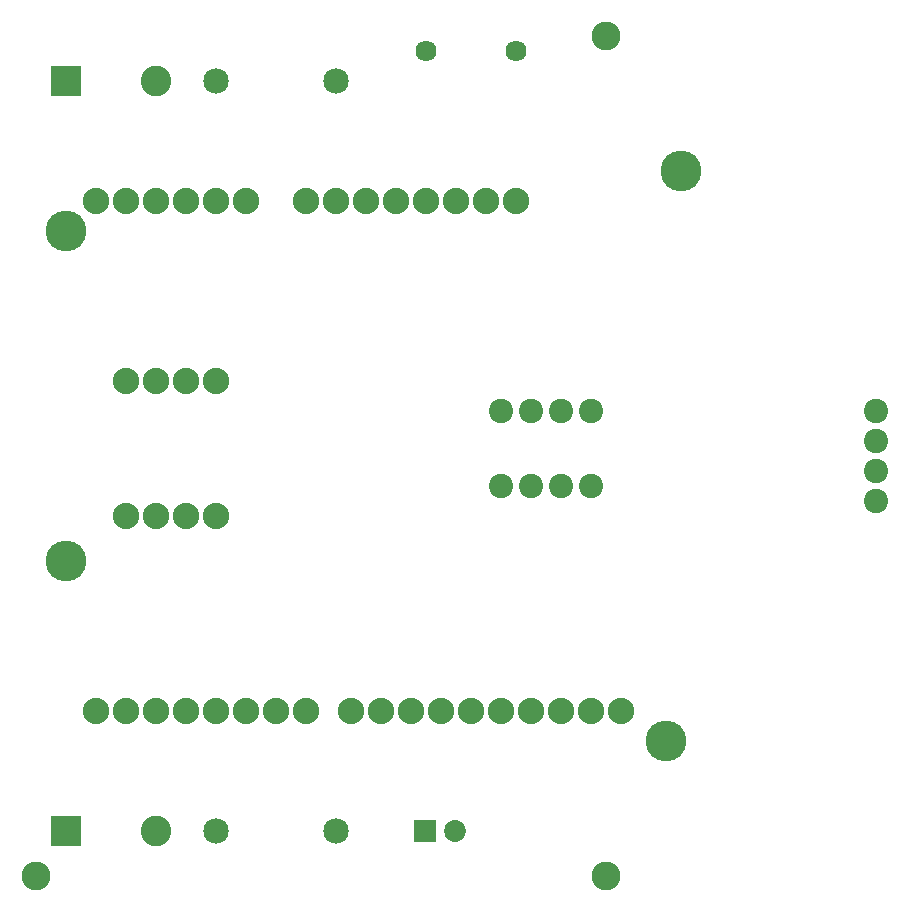
<source format=gbs>
G04 MADE WITH FRITZING*
G04 WWW.FRITZING.ORG*
G04 DOUBLE SIDED*
G04 HOLES PLATED*
G04 CONTOUR ON CENTER OF CONTOUR VECTOR*
%ASAXBY*%
%FSLAX23Y23*%
%MOIN*%
%OFA0B0*%
%SFA1.0B1.0*%
%ADD10C,0.096614*%
%ADD11C,0.088000*%
%ADD12C,0.070444*%
%ADD13C,0.072992*%
%ADD14C,0.102000*%
%ADD15C,0.085000*%
%ADD16C,0.135984*%
%ADD17C,0.081000*%
%ADD18C,0.080972*%
%ADD19R,0.072992X0.072992*%
%ADD20R,0.102000X0.102000*%
%LNMASK0*%
G90*
G70*
G54D10*
X2002Y110D03*
X2002Y2910D03*
X102Y110D03*
G54D11*
X2052Y660D03*
X1952Y660D03*
X1852Y660D03*
X1752Y660D03*
X1652Y660D03*
X1552Y660D03*
X1452Y660D03*
X1352Y660D03*
X1252Y660D03*
X1152Y660D03*
X1002Y660D03*
X902Y660D03*
X802Y660D03*
X702Y660D03*
X602Y660D03*
X502Y660D03*
X402Y660D03*
X302Y660D03*
X1702Y2360D03*
X1602Y2360D03*
X1502Y2360D03*
X1402Y2360D03*
X1302Y2360D03*
X1202Y2360D03*
X1102Y2360D03*
X1002Y2360D03*
X802Y2360D03*
X702Y2360D03*
X602Y2360D03*
X502Y2360D03*
X402Y2360D03*
X302Y2360D03*
G54D12*
X1402Y2860D03*
X1702Y2860D03*
G54D13*
X1399Y260D03*
X1498Y260D03*
G54D14*
X202Y260D03*
X502Y260D03*
X202Y2760D03*
X502Y2760D03*
G54D15*
X702Y260D03*
X1102Y260D03*
X702Y2760D03*
X1102Y2760D03*
G54D16*
X202Y2260D03*
X202Y1160D03*
X2252Y2460D03*
X2202Y560D03*
G54D17*
X1952Y1410D03*
X1852Y1410D03*
G54D18*
X1752Y1410D03*
X1652Y1410D03*
G54D17*
X1952Y1410D03*
X1852Y1410D03*
G54D18*
X1752Y1410D03*
X1652Y1410D03*
G54D17*
X2902Y1660D03*
X2902Y1560D03*
G54D18*
X2902Y1460D03*
X2902Y1360D03*
G54D17*
X2902Y1660D03*
X2902Y1560D03*
G54D18*
X2902Y1460D03*
X2902Y1360D03*
G54D17*
X1652Y1660D03*
X1752Y1660D03*
G54D18*
X1852Y1660D03*
X1952Y1660D03*
G54D17*
X1652Y1660D03*
X1752Y1660D03*
G54D18*
X1852Y1660D03*
X1952Y1660D03*
G54D11*
X702Y1310D03*
X602Y1310D03*
X502Y1310D03*
X402Y1310D03*
X702Y1310D03*
X602Y1310D03*
X502Y1310D03*
X402Y1310D03*
X402Y1760D03*
X502Y1760D03*
X602Y1760D03*
X702Y1760D03*
X402Y1760D03*
X502Y1760D03*
X602Y1760D03*
X702Y1760D03*
G54D19*
X1399Y260D03*
G54D20*
X202Y260D03*
X202Y2760D03*
G04 End of Mask0*
M02*
</source>
